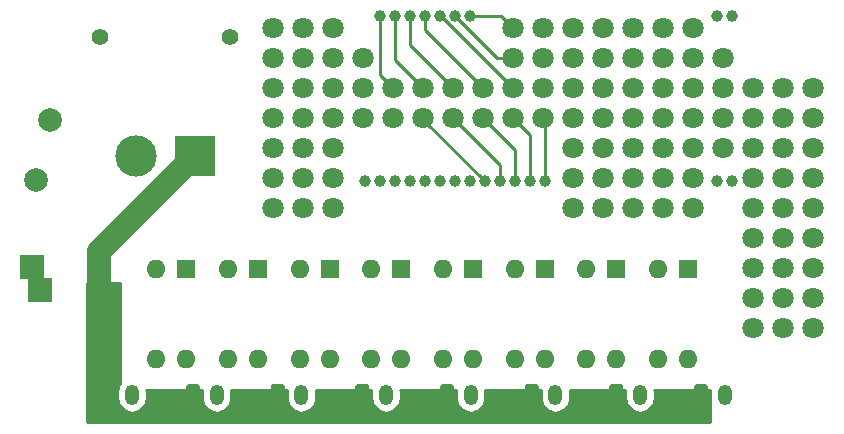
<source format=gbl>
G04 #@! TF.GenerationSoftware,KiCad,Pcbnew,(5.1.5)-3*
G04 #@! TF.CreationDate,2020-11-15T00:32:02+09:00*
G04 #@! TF.ProjectId,shield_servo_adc_sw_gpio_led,73686965-6c64-45f7-9365-72766f5f6164,rev?*
G04 #@! TF.SameCoordinates,PXb532b80PY717cbc0*
G04 #@! TF.FileFunction,Copper,L2,Bot*
G04 #@! TF.FilePolarity,Positive*
%FSLAX46Y46*%
G04 Gerber Fmt 4.6, Leading zero omitted, Abs format (unit mm)*
G04 Created by KiCad (PCBNEW (5.1.5)-3) date 2020-11-15 00:32:02*
%MOMM*%
%LPD*%
G04 APERTURE LIST*
%ADD10O,1.200000X1.750000*%
%ADD11C,0.100000*%
%ADD12O,1.600000X1.600000*%
%ADD13R,1.600000X1.600000*%
%ADD14C,2.010000*%
%ADD15C,1.000000*%
%ADD16C,3.500000*%
%ADD17R,3.500000X3.500000*%
%ADD18C,1.400000*%
%ADD19C,2.000000*%
%ADD20R,2.000000X2.000000*%
%ADD21C,1.800000*%
%ADD22C,0.250000*%
%ADD23C,2.000000*%
%ADD24C,0.254000*%
G04 APERTURE END LIST*
D10*
X61080000Y-33540000D03*
G04 #@! TA.AperFunction,ComponentPad*
D11*
G36*
X59454505Y-32666204D02*
G01*
X59478773Y-32669804D01*
X59502572Y-32675765D01*
X59525671Y-32684030D01*
X59547850Y-32694520D01*
X59568893Y-32707132D01*
X59588599Y-32721747D01*
X59606777Y-32738223D01*
X59623253Y-32756401D01*
X59637868Y-32776107D01*
X59650480Y-32797150D01*
X59660970Y-32819329D01*
X59669235Y-32842428D01*
X59675196Y-32866227D01*
X59678796Y-32890495D01*
X59680000Y-32914999D01*
X59680000Y-34165001D01*
X59678796Y-34189505D01*
X59675196Y-34213773D01*
X59669235Y-34237572D01*
X59660970Y-34260671D01*
X59650480Y-34282850D01*
X59637868Y-34303893D01*
X59623253Y-34323599D01*
X59606777Y-34341777D01*
X59588599Y-34358253D01*
X59568893Y-34372868D01*
X59547850Y-34385480D01*
X59525671Y-34395970D01*
X59502572Y-34404235D01*
X59478773Y-34410196D01*
X59454505Y-34413796D01*
X59430001Y-34415000D01*
X58729999Y-34415000D01*
X58705495Y-34413796D01*
X58681227Y-34410196D01*
X58657428Y-34404235D01*
X58634329Y-34395970D01*
X58612150Y-34385480D01*
X58591107Y-34372868D01*
X58571401Y-34358253D01*
X58553223Y-34341777D01*
X58536747Y-34323599D01*
X58522132Y-34303893D01*
X58509520Y-34282850D01*
X58499030Y-34260671D01*
X58490765Y-34237572D01*
X58484804Y-34213773D01*
X58481204Y-34189505D01*
X58480000Y-34165001D01*
X58480000Y-32914999D01*
X58481204Y-32890495D01*
X58484804Y-32866227D01*
X58490765Y-32842428D01*
X58499030Y-32819329D01*
X58509520Y-32797150D01*
X58522132Y-32776107D01*
X58536747Y-32756401D01*
X58553223Y-32738223D01*
X58571401Y-32721747D01*
X58591107Y-32707132D01*
X58612150Y-32694520D01*
X58634329Y-32684030D01*
X58657428Y-32675765D01*
X58681227Y-32669804D01*
X58705495Y-32666204D01*
X58729999Y-32665000D01*
X59430001Y-32665000D01*
X59454505Y-32666204D01*
G37*
G04 #@! TD.AperFunction*
D10*
X53911426Y-33540000D03*
G04 #@! TA.AperFunction,ComponentPad*
D11*
G36*
X52285931Y-32666204D02*
G01*
X52310199Y-32669804D01*
X52333998Y-32675765D01*
X52357097Y-32684030D01*
X52379276Y-32694520D01*
X52400319Y-32707132D01*
X52420025Y-32721747D01*
X52438203Y-32738223D01*
X52454679Y-32756401D01*
X52469294Y-32776107D01*
X52481906Y-32797150D01*
X52492396Y-32819329D01*
X52500661Y-32842428D01*
X52506622Y-32866227D01*
X52510222Y-32890495D01*
X52511426Y-32914999D01*
X52511426Y-34165001D01*
X52510222Y-34189505D01*
X52506622Y-34213773D01*
X52500661Y-34237572D01*
X52492396Y-34260671D01*
X52481906Y-34282850D01*
X52469294Y-34303893D01*
X52454679Y-34323599D01*
X52438203Y-34341777D01*
X52420025Y-34358253D01*
X52400319Y-34372868D01*
X52379276Y-34385480D01*
X52357097Y-34395970D01*
X52333998Y-34404235D01*
X52310199Y-34410196D01*
X52285931Y-34413796D01*
X52261427Y-34415000D01*
X51561425Y-34415000D01*
X51536921Y-34413796D01*
X51512653Y-34410196D01*
X51488854Y-34404235D01*
X51465755Y-34395970D01*
X51443576Y-34385480D01*
X51422533Y-34372868D01*
X51402827Y-34358253D01*
X51384649Y-34341777D01*
X51368173Y-34323599D01*
X51353558Y-34303893D01*
X51340946Y-34282850D01*
X51330456Y-34260671D01*
X51322191Y-34237572D01*
X51316230Y-34213773D01*
X51312630Y-34189505D01*
X51311426Y-34165001D01*
X51311426Y-32914999D01*
X51312630Y-32890495D01*
X51316230Y-32866227D01*
X51322191Y-32842428D01*
X51330456Y-32819329D01*
X51340946Y-32797150D01*
X51353558Y-32776107D01*
X51368173Y-32756401D01*
X51384649Y-32738223D01*
X51402827Y-32721747D01*
X51422533Y-32707132D01*
X51443576Y-32694520D01*
X51465755Y-32684030D01*
X51488854Y-32675765D01*
X51512653Y-32669804D01*
X51536921Y-32666204D01*
X51561425Y-32665000D01*
X52261427Y-32665000D01*
X52285931Y-32666204D01*
G37*
G04 #@! TD.AperFunction*
D10*
X46742855Y-33540000D03*
G04 #@! TA.AperFunction,ComponentPad*
D11*
G36*
X45117360Y-32666204D02*
G01*
X45141628Y-32669804D01*
X45165427Y-32675765D01*
X45188526Y-32684030D01*
X45210705Y-32694520D01*
X45231748Y-32707132D01*
X45251454Y-32721747D01*
X45269632Y-32738223D01*
X45286108Y-32756401D01*
X45300723Y-32776107D01*
X45313335Y-32797150D01*
X45323825Y-32819329D01*
X45332090Y-32842428D01*
X45338051Y-32866227D01*
X45341651Y-32890495D01*
X45342855Y-32914999D01*
X45342855Y-34165001D01*
X45341651Y-34189505D01*
X45338051Y-34213773D01*
X45332090Y-34237572D01*
X45323825Y-34260671D01*
X45313335Y-34282850D01*
X45300723Y-34303893D01*
X45286108Y-34323599D01*
X45269632Y-34341777D01*
X45251454Y-34358253D01*
X45231748Y-34372868D01*
X45210705Y-34385480D01*
X45188526Y-34395970D01*
X45165427Y-34404235D01*
X45141628Y-34410196D01*
X45117360Y-34413796D01*
X45092856Y-34415000D01*
X44392854Y-34415000D01*
X44368350Y-34413796D01*
X44344082Y-34410196D01*
X44320283Y-34404235D01*
X44297184Y-34395970D01*
X44275005Y-34385480D01*
X44253962Y-34372868D01*
X44234256Y-34358253D01*
X44216078Y-34341777D01*
X44199602Y-34323599D01*
X44184987Y-34303893D01*
X44172375Y-34282850D01*
X44161885Y-34260671D01*
X44153620Y-34237572D01*
X44147659Y-34213773D01*
X44144059Y-34189505D01*
X44142855Y-34165001D01*
X44142855Y-32914999D01*
X44144059Y-32890495D01*
X44147659Y-32866227D01*
X44153620Y-32842428D01*
X44161885Y-32819329D01*
X44172375Y-32797150D01*
X44184987Y-32776107D01*
X44199602Y-32756401D01*
X44216078Y-32738223D01*
X44234256Y-32721747D01*
X44253962Y-32707132D01*
X44275005Y-32694520D01*
X44297184Y-32684030D01*
X44320283Y-32675765D01*
X44344082Y-32669804D01*
X44368350Y-32666204D01*
X44392854Y-32665000D01*
X45092856Y-32665000D01*
X45117360Y-32666204D01*
G37*
G04 #@! TD.AperFunction*
D10*
X39574284Y-33540000D03*
G04 #@! TA.AperFunction,ComponentPad*
D11*
G36*
X37948789Y-32666204D02*
G01*
X37973057Y-32669804D01*
X37996856Y-32675765D01*
X38019955Y-32684030D01*
X38042134Y-32694520D01*
X38063177Y-32707132D01*
X38082883Y-32721747D01*
X38101061Y-32738223D01*
X38117537Y-32756401D01*
X38132152Y-32776107D01*
X38144764Y-32797150D01*
X38155254Y-32819329D01*
X38163519Y-32842428D01*
X38169480Y-32866227D01*
X38173080Y-32890495D01*
X38174284Y-32914999D01*
X38174284Y-34165001D01*
X38173080Y-34189505D01*
X38169480Y-34213773D01*
X38163519Y-34237572D01*
X38155254Y-34260671D01*
X38144764Y-34282850D01*
X38132152Y-34303893D01*
X38117537Y-34323599D01*
X38101061Y-34341777D01*
X38082883Y-34358253D01*
X38063177Y-34372868D01*
X38042134Y-34385480D01*
X38019955Y-34395970D01*
X37996856Y-34404235D01*
X37973057Y-34410196D01*
X37948789Y-34413796D01*
X37924285Y-34415000D01*
X37224283Y-34415000D01*
X37199779Y-34413796D01*
X37175511Y-34410196D01*
X37151712Y-34404235D01*
X37128613Y-34395970D01*
X37106434Y-34385480D01*
X37085391Y-34372868D01*
X37065685Y-34358253D01*
X37047507Y-34341777D01*
X37031031Y-34323599D01*
X37016416Y-34303893D01*
X37003804Y-34282850D01*
X36993314Y-34260671D01*
X36985049Y-34237572D01*
X36979088Y-34213773D01*
X36975488Y-34189505D01*
X36974284Y-34165001D01*
X36974284Y-32914999D01*
X36975488Y-32890495D01*
X36979088Y-32866227D01*
X36985049Y-32842428D01*
X36993314Y-32819329D01*
X37003804Y-32797150D01*
X37016416Y-32776107D01*
X37031031Y-32756401D01*
X37047507Y-32738223D01*
X37065685Y-32721747D01*
X37085391Y-32707132D01*
X37106434Y-32694520D01*
X37128613Y-32684030D01*
X37151712Y-32675765D01*
X37175511Y-32669804D01*
X37199779Y-32666204D01*
X37224283Y-32665000D01*
X37924285Y-32665000D01*
X37948789Y-32666204D01*
G37*
G04 #@! TD.AperFunction*
D10*
X32405713Y-33540000D03*
G04 #@! TA.AperFunction,ComponentPad*
D11*
G36*
X30780218Y-32666204D02*
G01*
X30804486Y-32669804D01*
X30828285Y-32675765D01*
X30851384Y-32684030D01*
X30873563Y-32694520D01*
X30894606Y-32707132D01*
X30914312Y-32721747D01*
X30932490Y-32738223D01*
X30948966Y-32756401D01*
X30963581Y-32776107D01*
X30976193Y-32797150D01*
X30986683Y-32819329D01*
X30994948Y-32842428D01*
X31000909Y-32866227D01*
X31004509Y-32890495D01*
X31005713Y-32914999D01*
X31005713Y-34165001D01*
X31004509Y-34189505D01*
X31000909Y-34213773D01*
X30994948Y-34237572D01*
X30986683Y-34260671D01*
X30976193Y-34282850D01*
X30963581Y-34303893D01*
X30948966Y-34323599D01*
X30932490Y-34341777D01*
X30914312Y-34358253D01*
X30894606Y-34372868D01*
X30873563Y-34385480D01*
X30851384Y-34395970D01*
X30828285Y-34404235D01*
X30804486Y-34410196D01*
X30780218Y-34413796D01*
X30755714Y-34415000D01*
X30055712Y-34415000D01*
X30031208Y-34413796D01*
X30006940Y-34410196D01*
X29983141Y-34404235D01*
X29960042Y-34395970D01*
X29937863Y-34385480D01*
X29916820Y-34372868D01*
X29897114Y-34358253D01*
X29878936Y-34341777D01*
X29862460Y-34323599D01*
X29847845Y-34303893D01*
X29835233Y-34282850D01*
X29824743Y-34260671D01*
X29816478Y-34237572D01*
X29810517Y-34213773D01*
X29806917Y-34189505D01*
X29805713Y-34165001D01*
X29805713Y-32914999D01*
X29806917Y-32890495D01*
X29810517Y-32866227D01*
X29816478Y-32842428D01*
X29824743Y-32819329D01*
X29835233Y-32797150D01*
X29847845Y-32776107D01*
X29862460Y-32756401D01*
X29878936Y-32738223D01*
X29897114Y-32721747D01*
X29916820Y-32707132D01*
X29937863Y-32694520D01*
X29960042Y-32684030D01*
X29983141Y-32675765D01*
X30006940Y-32669804D01*
X30031208Y-32666204D01*
X30055712Y-32665000D01*
X30755714Y-32665000D01*
X30780218Y-32666204D01*
G37*
G04 #@! TD.AperFunction*
D10*
X25237142Y-33540000D03*
G04 #@! TA.AperFunction,ComponentPad*
D11*
G36*
X23611647Y-32666204D02*
G01*
X23635915Y-32669804D01*
X23659714Y-32675765D01*
X23682813Y-32684030D01*
X23704992Y-32694520D01*
X23726035Y-32707132D01*
X23745741Y-32721747D01*
X23763919Y-32738223D01*
X23780395Y-32756401D01*
X23795010Y-32776107D01*
X23807622Y-32797150D01*
X23818112Y-32819329D01*
X23826377Y-32842428D01*
X23832338Y-32866227D01*
X23835938Y-32890495D01*
X23837142Y-32914999D01*
X23837142Y-34165001D01*
X23835938Y-34189505D01*
X23832338Y-34213773D01*
X23826377Y-34237572D01*
X23818112Y-34260671D01*
X23807622Y-34282850D01*
X23795010Y-34303893D01*
X23780395Y-34323599D01*
X23763919Y-34341777D01*
X23745741Y-34358253D01*
X23726035Y-34372868D01*
X23704992Y-34385480D01*
X23682813Y-34395970D01*
X23659714Y-34404235D01*
X23635915Y-34410196D01*
X23611647Y-34413796D01*
X23587143Y-34415000D01*
X22887141Y-34415000D01*
X22862637Y-34413796D01*
X22838369Y-34410196D01*
X22814570Y-34404235D01*
X22791471Y-34395970D01*
X22769292Y-34385480D01*
X22748249Y-34372868D01*
X22728543Y-34358253D01*
X22710365Y-34341777D01*
X22693889Y-34323599D01*
X22679274Y-34303893D01*
X22666662Y-34282850D01*
X22656172Y-34260671D01*
X22647907Y-34237572D01*
X22641946Y-34213773D01*
X22638346Y-34189505D01*
X22637142Y-34165001D01*
X22637142Y-32914999D01*
X22638346Y-32890495D01*
X22641946Y-32866227D01*
X22647907Y-32842428D01*
X22656172Y-32819329D01*
X22666662Y-32797150D01*
X22679274Y-32776107D01*
X22693889Y-32756401D01*
X22710365Y-32738223D01*
X22728543Y-32721747D01*
X22748249Y-32707132D01*
X22769292Y-32694520D01*
X22791471Y-32684030D01*
X22814570Y-32675765D01*
X22838369Y-32669804D01*
X22862637Y-32666204D01*
X22887141Y-32665000D01*
X23587143Y-32665000D01*
X23611647Y-32666204D01*
G37*
G04 #@! TD.AperFunction*
D10*
X18068571Y-33540000D03*
G04 #@! TA.AperFunction,ComponentPad*
D11*
G36*
X16443076Y-32666204D02*
G01*
X16467344Y-32669804D01*
X16491143Y-32675765D01*
X16514242Y-32684030D01*
X16536421Y-32694520D01*
X16557464Y-32707132D01*
X16577170Y-32721747D01*
X16595348Y-32738223D01*
X16611824Y-32756401D01*
X16626439Y-32776107D01*
X16639051Y-32797150D01*
X16649541Y-32819329D01*
X16657806Y-32842428D01*
X16663767Y-32866227D01*
X16667367Y-32890495D01*
X16668571Y-32914999D01*
X16668571Y-34165001D01*
X16667367Y-34189505D01*
X16663767Y-34213773D01*
X16657806Y-34237572D01*
X16649541Y-34260671D01*
X16639051Y-34282850D01*
X16626439Y-34303893D01*
X16611824Y-34323599D01*
X16595348Y-34341777D01*
X16577170Y-34358253D01*
X16557464Y-34372868D01*
X16536421Y-34385480D01*
X16514242Y-34395970D01*
X16491143Y-34404235D01*
X16467344Y-34410196D01*
X16443076Y-34413796D01*
X16418572Y-34415000D01*
X15718570Y-34415000D01*
X15694066Y-34413796D01*
X15669798Y-34410196D01*
X15645999Y-34404235D01*
X15622900Y-34395970D01*
X15600721Y-34385480D01*
X15579678Y-34372868D01*
X15559972Y-34358253D01*
X15541794Y-34341777D01*
X15525318Y-34323599D01*
X15510703Y-34303893D01*
X15498091Y-34282850D01*
X15487601Y-34260671D01*
X15479336Y-34237572D01*
X15473375Y-34213773D01*
X15469775Y-34189505D01*
X15468571Y-34165001D01*
X15468571Y-32914999D01*
X15469775Y-32890495D01*
X15473375Y-32866227D01*
X15479336Y-32842428D01*
X15487601Y-32819329D01*
X15498091Y-32797150D01*
X15510703Y-32776107D01*
X15525318Y-32756401D01*
X15541794Y-32738223D01*
X15559972Y-32721747D01*
X15579678Y-32707132D01*
X15600721Y-32694520D01*
X15622900Y-32684030D01*
X15645999Y-32675765D01*
X15669798Y-32669804D01*
X15694066Y-32666204D01*
X15718570Y-32665000D01*
X16418572Y-32665000D01*
X16443076Y-32666204D01*
G37*
G04 #@! TD.AperFunction*
D10*
X10900000Y-33540000D03*
G04 #@! TA.AperFunction,ComponentPad*
D11*
G36*
X9274505Y-32666204D02*
G01*
X9298773Y-32669804D01*
X9322572Y-32675765D01*
X9345671Y-32684030D01*
X9367850Y-32694520D01*
X9388893Y-32707132D01*
X9408599Y-32721747D01*
X9426777Y-32738223D01*
X9443253Y-32756401D01*
X9457868Y-32776107D01*
X9470480Y-32797150D01*
X9480970Y-32819329D01*
X9489235Y-32842428D01*
X9495196Y-32866227D01*
X9498796Y-32890495D01*
X9500000Y-32914999D01*
X9500000Y-34165001D01*
X9498796Y-34189505D01*
X9495196Y-34213773D01*
X9489235Y-34237572D01*
X9480970Y-34260671D01*
X9470480Y-34282850D01*
X9457868Y-34303893D01*
X9443253Y-34323599D01*
X9426777Y-34341777D01*
X9408599Y-34358253D01*
X9388893Y-34372868D01*
X9367850Y-34385480D01*
X9345671Y-34395970D01*
X9322572Y-34404235D01*
X9298773Y-34410196D01*
X9274505Y-34413796D01*
X9250001Y-34415000D01*
X8549999Y-34415000D01*
X8525495Y-34413796D01*
X8501227Y-34410196D01*
X8477428Y-34404235D01*
X8454329Y-34395970D01*
X8432150Y-34385480D01*
X8411107Y-34372868D01*
X8391401Y-34358253D01*
X8373223Y-34341777D01*
X8356747Y-34323599D01*
X8342132Y-34303893D01*
X8329520Y-34282850D01*
X8319030Y-34260671D01*
X8310765Y-34237572D01*
X8304804Y-34213773D01*
X8301204Y-34189505D01*
X8300000Y-34165001D01*
X8300000Y-32914999D01*
X8301204Y-32890495D01*
X8304804Y-32866227D01*
X8310765Y-32842428D01*
X8319030Y-32819329D01*
X8329520Y-32797150D01*
X8342132Y-32776107D01*
X8356747Y-32756401D01*
X8373223Y-32738223D01*
X8391401Y-32721747D01*
X8411107Y-32707132D01*
X8432150Y-32694520D01*
X8454329Y-32684030D01*
X8477428Y-32675765D01*
X8501227Y-32669804D01*
X8525495Y-32666204D01*
X8549999Y-32665000D01*
X9250001Y-32665000D01*
X9274505Y-32666204D01*
G37*
G04 #@! TD.AperFunction*
D12*
X57959375Y-30520000D03*
X55419375Y-22900000D03*
X55419375Y-30520000D03*
D13*
X57959375Y-22900000D03*
D12*
X51893750Y-30520000D03*
X49353750Y-22900000D03*
X49353750Y-30520000D03*
D13*
X51893750Y-22900000D03*
D12*
X45828125Y-30520000D03*
X43288125Y-22900000D03*
X43288125Y-30520000D03*
D13*
X45828125Y-22900000D03*
D12*
X39762500Y-30520000D03*
X37222500Y-22900000D03*
X37222500Y-30520000D03*
D13*
X39762500Y-22900000D03*
D12*
X33696875Y-30520000D03*
X31156875Y-22900000D03*
X31156875Y-30520000D03*
D13*
X33696875Y-22900000D03*
D12*
X27631250Y-30520000D03*
X25091250Y-22900000D03*
X25091250Y-30520000D03*
D13*
X27631250Y-22900000D03*
D12*
X21565625Y-30520000D03*
X19025625Y-22900000D03*
X19025625Y-30520000D03*
D13*
X21565625Y-22900000D03*
D12*
X15500000Y-30520000D03*
X12960000Y-22900000D03*
X12960000Y-30520000D03*
D13*
X15500000Y-22900000D03*
D14*
X4000000Y-10300000D03*
X2800000Y-15400000D03*
D15*
X31880000Y-1515000D03*
X33150000Y-1515000D03*
X34420000Y-1515000D03*
X35690000Y-1515000D03*
X61725000Y-1515000D03*
X60455000Y-1515000D03*
X60455000Y-15485000D03*
X61725000Y-15485000D03*
X36960000Y-1515000D03*
X38230000Y-1515000D03*
X39500000Y-1515000D03*
X45850000Y-15485000D03*
X44580000Y-15485000D03*
X43310000Y-15485000D03*
X42040000Y-15485000D03*
X40770000Y-15485000D03*
X39500000Y-15485000D03*
X38230000Y-15485000D03*
X36960000Y-15485000D03*
X35690000Y-15485000D03*
X34420000Y-15485000D03*
X33150000Y-15485000D03*
X31880000Y-15485000D03*
X30610000Y-15485000D03*
D16*
X11200000Y-13300000D03*
D17*
X16200000Y-13300000D03*
D18*
X8200000Y-3300000D03*
X19200000Y-3300000D03*
D19*
X8772144Y-26700000D03*
D20*
X2427856Y-22700000D03*
D19*
X8100000Y-24700000D03*
D20*
X3100000Y-24700000D03*
D21*
X55880000Y-5080000D03*
X55880000Y-7620000D03*
X55880000Y-10160000D03*
X55880000Y-12700000D03*
X53340000Y-12700000D03*
X53340000Y-10160000D03*
X53340000Y-7620000D03*
X53340000Y-7620000D03*
X53340000Y-5080000D03*
X50800000Y-5080000D03*
X50800000Y-7620000D03*
X50800000Y-10160000D03*
X50800000Y-12700000D03*
X48260000Y-12700000D03*
X48260000Y-10160000D03*
X48260000Y-7620000D03*
X48260000Y-5080000D03*
X45720000Y-10160000D03*
X43180000Y-7620000D03*
X45720000Y-7620000D03*
X43180000Y-10160000D03*
X43180000Y-5080000D03*
X40640000Y-7620000D03*
X40640000Y-10160000D03*
X38100000Y-10160000D03*
X38100000Y-7620000D03*
X35560000Y-7620000D03*
X35560000Y-10160000D03*
X33020000Y-10160000D03*
X33020000Y-7620000D03*
X30480000Y-7620000D03*
X30480000Y-10160000D03*
X27940000Y-10160000D03*
X27940000Y-7620000D03*
X27940000Y-5080000D03*
X25400000Y-5080000D03*
X25400000Y-7620000D03*
X25400000Y-10160000D03*
X25400000Y-12700000D03*
X27940000Y-12700000D03*
X30480000Y-5080000D03*
X27940000Y-2540000D03*
X25400000Y-2540000D03*
X27940000Y-15240000D03*
X25400000Y-15240000D03*
X22860000Y-2540000D03*
X22860000Y-5080000D03*
X22860000Y-7620000D03*
X22860000Y-10160000D03*
X22860000Y-12700000D03*
X22860000Y-15240000D03*
X48260000Y-15240000D03*
X50800000Y-15240000D03*
X53340000Y-15240000D03*
X55880000Y-15240000D03*
X58420000Y-15240000D03*
X58420000Y-2540000D03*
X55880000Y-2540000D03*
X53340000Y-2540000D03*
X50800000Y-2540000D03*
X48260000Y-2540000D03*
X45720000Y-2540000D03*
X45720000Y-5080000D03*
X43180000Y-2540000D03*
X58420000Y-5080000D03*
X58420000Y-7620000D03*
X58420000Y-10160000D03*
X58420000Y-12700000D03*
X60960000Y-12700000D03*
X63500000Y-12700000D03*
X63500000Y-10160000D03*
X60960000Y-10160000D03*
X60960000Y-7620000D03*
X63500000Y-7620000D03*
X60960000Y-5080000D03*
X66040000Y-7620000D03*
X68580000Y-7620000D03*
X68580000Y-10160000D03*
X66040000Y-10160000D03*
X66040000Y-12700000D03*
X68580000Y-12700000D03*
X68580000Y-15240000D03*
X66040000Y-15240000D03*
X63500000Y-15240000D03*
X63500000Y-17780000D03*
X66040000Y-17780000D03*
X68580000Y-17780000D03*
X68580000Y-20320000D03*
X66040000Y-20320000D03*
X63500000Y-20320000D03*
X63500000Y-22860000D03*
X66040000Y-22860000D03*
X68580000Y-22860000D03*
X68580000Y-25400000D03*
X66040000Y-25400000D03*
X63500000Y-25400000D03*
X63500000Y-27940000D03*
X66040000Y-27940000D03*
X68580000Y-27940000D03*
X58420000Y-17780000D03*
X55880000Y-17780000D03*
X53340000Y-17780000D03*
X50800000Y-17780000D03*
X48260000Y-17780000D03*
X27940000Y-17780000D03*
X25400000Y-17780000D03*
X22860000Y-17780000D03*
D22*
X45850000Y-10290000D02*
X45720000Y-10160000D01*
X45850000Y-15485000D02*
X45850000Y-10290000D01*
X44580000Y-11560000D02*
X43180000Y-10160000D01*
X44580000Y-15485000D02*
X44580000Y-11560000D01*
X43310000Y-12830000D02*
X40640000Y-10160000D01*
X43310000Y-15485000D02*
X43310000Y-12830000D01*
X42040000Y-14100000D02*
X38100000Y-10160000D01*
X42040000Y-15485000D02*
X42040000Y-14100000D01*
X35560000Y-10275000D02*
X35560000Y-10160000D01*
X40770000Y-15485000D02*
X35560000Y-10275000D01*
X42155000Y-1515000D02*
X43180000Y-2540000D01*
X39500000Y-1515000D02*
X42155000Y-1515000D01*
X41795000Y-5080000D02*
X38230000Y-1515000D01*
X43180000Y-5080000D02*
X41795000Y-5080000D01*
X37075000Y-1515000D02*
X36960000Y-1515000D01*
X43180000Y-7620000D02*
X37075000Y-1515000D01*
X35690000Y-2670000D02*
X35690000Y-1515000D01*
X40640000Y-7620000D02*
X35690000Y-2670000D01*
X34420000Y-3940000D02*
X34420000Y-1515000D01*
X38100000Y-7620000D02*
X34420000Y-3940000D01*
X33150000Y-5210000D02*
X33150000Y-1515000D01*
X35560000Y-7620000D02*
X33150000Y-5210000D01*
X31880000Y-6480000D02*
X31880000Y-1515000D01*
X33020000Y-7620000D02*
X31880000Y-6480000D01*
D23*
X8100000Y-21400000D02*
X16200000Y-13300000D01*
X8100000Y-24700000D02*
X8100000Y-21400000D01*
D24*
G36*
X9873000Y-32569663D02*
G01*
X9868167Y-32575552D01*
X9753489Y-32790100D01*
X9682870Y-33022899D01*
X9665000Y-33204336D01*
X9665000Y-33875665D01*
X9682870Y-34057102D01*
X9753489Y-34289901D01*
X9868168Y-34504449D01*
X10022499Y-34692502D01*
X10210552Y-34846833D01*
X10425100Y-34961511D01*
X10657899Y-35032130D01*
X10900000Y-35055975D01*
X11142102Y-35032130D01*
X11374901Y-34961511D01*
X11589449Y-34846833D01*
X11777502Y-34692502D01*
X11931833Y-34504449D01*
X12046511Y-34289900D01*
X12117130Y-34057101D01*
X12135000Y-33875664D01*
X12135000Y-33204335D01*
X12127383Y-33127000D01*
X16841188Y-33127000D01*
X16833571Y-33204336D01*
X16833571Y-33875665D01*
X16851441Y-34057102D01*
X16922060Y-34289901D01*
X17036739Y-34504449D01*
X17191070Y-34692502D01*
X17379123Y-34846833D01*
X17593671Y-34961511D01*
X17826470Y-35032130D01*
X18068571Y-35055975D01*
X18310673Y-35032130D01*
X18543472Y-34961511D01*
X18758020Y-34846833D01*
X18946073Y-34692502D01*
X19100404Y-34504449D01*
X19215082Y-34289900D01*
X19285701Y-34057101D01*
X19303571Y-33875664D01*
X19303571Y-33204335D01*
X19295954Y-33127000D01*
X24009759Y-33127000D01*
X24002142Y-33204336D01*
X24002142Y-33875665D01*
X24020012Y-34057102D01*
X24090631Y-34289901D01*
X24205310Y-34504449D01*
X24359641Y-34692502D01*
X24547694Y-34846833D01*
X24762242Y-34961511D01*
X24995041Y-35032130D01*
X25237142Y-35055975D01*
X25479244Y-35032130D01*
X25712043Y-34961511D01*
X25926591Y-34846833D01*
X26114644Y-34692502D01*
X26268975Y-34504449D01*
X26383653Y-34289900D01*
X26454272Y-34057101D01*
X26472142Y-33875664D01*
X26472142Y-33204335D01*
X26464525Y-33127000D01*
X31178330Y-33127000D01*
X31170713Y-33204336D01*
X31170713Y-33875665D01*
X31188583Y-34057102D01*
X31259202Y-34289901D01*
X31373881Y-34504449D01*
X31528212Y-34692502D01*
X31716265Y-34846833D01*
X31930813Y-34961511D01*
X32163612Y-35032130D01*
X32405713Y-35055975D01*
X32647815Y-35032130D01*
X32880614Y-34961511D01*
X33095162Y-34846833D01*
X33283215Y-34692502D01*
X33437546Y-34504449D01*
X33552224Y-34289900D01*
X33622843Y-34057101D01*
X33640713Y-33875664D01*
X33640713Y-33204335D01*
X33633096Y-33127000D01*
X38346901Y-33127000D01*
X38339284Y-33204336D01*
X38339284Y-33875665D01*
X38357154Y-34057102D01*
X38427773Y-34289901D01*
X38542452Y-34504449D01*
X38696783Y-34692502D01*
X38884836Y-34846833D01*
X39099384Y-34961511D01*
X39332183Y-35032130D01*
X39574284Y-35055975D01*
X39816386Y-35032130D01*
X40049185Y-34961511D01*
X40263733Y-34846833D01*
X40451786Y-34692502D01*
X40606117Y-34504449D01*
X40720795Y-34289900D01*
X40791414Y-34057101D01*
X40809284Y-33875664D01*
X40809284Y-33204335D01*
X40801667Y-33127000D01*
X45515472Y-33127000D01*
X45507855Y-33204336D01*
X45507855Y-33875665D01*
X45525725Y-34057102D01*
X45596344Y-34289901D01*
X45711023Y-34504449D01*
X45865354Y-34692502D01*
X46053407Y-34846833D01*
X46267955Y-34961511D01*
X46500754Y-35032130D01*
X46742855Y-35055975D01*
X46984957Y-35032130D01*
X47217756Y-34961511D01*
X47432304Y-34846833D01*
X47620357Y-34692502D01*
X47774688Y-34504449D01*
X47889366Y-34289900D01*
X47959985Y-34057101D01*
X47977855Y-33875664D01*
X47977855Y-33204335D01*
X47970238Y-33127000D01*
X52684043Y-33127000D01*
X52676426Y-33204336D01*
X52676426Y-33875665D01*
X52694296Y-34057102D01*
X52764915Y-34289901D01*
X52879594Y-34504449D01*
X53033925Y-34692502D01*
X53221978Y-34846833D01*
X53436526Y-34961511D01*
X53669325Y-35032130D01*
X53911426Y-35055975D01*
X54153528Y-35032130D01*
X54386327Y-34961511D01*
X54600875Y-34846833D01*
X54788928Y-34692502D01*
X54943259Y-34504449D01*
X55057937Y-34289900D01*
X55128556Y-34057101D01*
X55146426Y-33875664D01*
X55146426Y-33204335D01*
X55138809Y-33127000D01*
X59852617Y-33127000D01*
X59845000Y-33204336D01*
X59845000Y-33875665D01*
X59862870Y-34057102D01*
X59873000Y-34090496D01*
X59873000Y-35873000D01*
X7127000Y-35873000D01*
X7127000Y-24127000D01*
X9873000Y-24127000D01*
X9873000Y-32569663D01*
G37*
X9873000Y-32569663D02*
X9868167Y-32575552D01*
X9753489Y-32790100D01*
X9682870Y-33022899D01*
X9665000Y-33204336D01*
X9665000Y-33875665D01*
X9682870Y-34057102D01*
X9753489Y-34289901D01*
X9868168Y-34504449D01*
X10022499Y-34692502D01*
X10210552Y-34846833D01*
X10425100Y-34961511D01*
X10657899Y-35032130D01*
X10900000Y-35055975D01*
X11142102Y-35032130D01*
X11374901Y-34961511D01*
X11589449Y-34846833D01*
X11777502Y-34692502D01*
X11931833Y-34504449D01*
X12046511Y-34289900D01*
X12117130Y-34057101D01*
X12135000Y-33875664D01*
X12135000Y-33204335D01*
X12127383Y-33127000D01*
X16841188Y-33127000D01*
X16833571Y-33204336D01*
X16833571Y-33875665D01*
X16851441Y-34057102D01*
X16922060Y-34289901D01*
X17036739Y-34504449D01*
X17191070Y-34692502D01*
X17379123Y-34846833D01*
X17593671Y-34961511D01*
X17826470Y-35032130D01*
X18068571Y-35055975D01*
X18310673Y-35032130D01*
X18543472Y-34961511D01*
X18758020Y-34846833D01*
X18946073Y-34692502D01*
X19100404Y-34504449D01*
X19215082Y-34289900D01*
X19285701Y-34057101D01*
X19303571Y-33875664D01*
X19303571Y-33204335D01*
X19295954Y-33127000D01*
X24009759Y-33127000D01*
X24002142Y-33204336D01*
X24002142Y-33875665D01*
X24020012Y-34057102D01*
X24090631Y-34289901D01*
X24205310Y-34504449D01*
X24359641Y-34692502D01*
X24547694Y-34846833D01*
X24762242Y-34961511D01*
X24995041Y-35032130D01*
X25237142Y-35055975D01*
X25479244Y-35032130D01*
X25712043Y-34961511D01*
X25926591Y-34846833D01*
X26114644Y-34692502D01*
X26268975Y-34504449D01*
X26383653Y-34289900D01*
X26454272Y-34057101D01*
X26472142Y-33875664D01*
X26472142Y-33204335D01*
X26464525Y-33127000D01*
X31178330Y-33127000D01*
X31170713Y-33204336D01*
X31170713Y-33875665D01*
X31188583Y-34057102D01*
X31259202Y-34289901D01*
X31373881Y-34504449D01*
X31528212Y-34692502D01*
X31716265Y-34846833D01*
X31930813Y-34961511D01*
X32163612Y-35032130D01*
X32405713Y-35055975D01*
X32647815Y-35032130D01*
X32880614Y-34961511D01*
X33095162Y-34846833D01*
X33283215Y-34692502D01*
X33437546Y-34504449D01*
X33552224Y-34289900D01*
X33622843Y-34057101D01*
X33640713Y-33875664D01*
X33640713Y-33204335D01*
X33633096Y-33127000D01*
X38346901Y-33127000D01*
X38339284Y-33204336D01*
X38339284Y-33875665D01*
X38357154Y-34057102D01*
X38427773Y-34289901D01*
X38542452Y-34504449D01*
X38696783Y-34692502D01*
X38884836Y-34846833D01*
X39099384Y-34961511D01*
X39332183Y-35032130D01*
X39574284Y-35055975D01*
X39816386Y-35032130D01*
X40049185Y-34961511D01*
X40263733Y-34846833D01*
X40451786Y-34692502D01*
X40606117Y-34504449D01*
X40720795Y-34289900D01*
X40791414Y-34057101D01*
X40809284Y-33875664D01*
X40809284Y-33204335D01*
X40801667Y-33127000D01*
X45515472Y-33127000D01*
X45507855Y-33204336D01*
X45507855Y-33875665D01*
X45525725Y-34057102D01*
X45596344Y-34289901D01*
X45711023Y-34504449D01*
X45865354Y-34692502D01*
X46053407Y-34846833D01*
X46267955Y-34961511D01*
X46500754Y-35032130D01*
X46742855Y-35055975D01*
X46984957Y-35032130D01*
X47217756Y-34961511D01*
X47432304Y-34846833D01*
X47620357Y-34692502D01*
X47774688Y-34504449D01*
X47889366Y-34289900D01*
X47959985Y-34057101D01*
X47977855Y-33875664D01*
X47977855Y-33204335D01*
X47970238Y-33127000D01*
X52684043Y-33127000D01*
X52676426Y-33204336D01*
X52676426Y-33875665D01*
X52694296Y-34057102D01*
X52764915Y-34289901D01*
X52879594Y-34504449D01*
X53033925Y-34692502D01*
X53221978Y-34846833D01*
X53436526Y-34961511D01*
X53669325Y-35032130D01*
X53911426Y-35055975D01*
X54153528Y-35032130D01*
X54386327Y-34961511D01*
X54600875Y-34846833D01*
X54788928Y-34692502D01*
X54943259Y-34504449D01*
X55057937Y-34289900D01*
X55128556Y-34057101D01*
X55146426Y-33875664D01*
X55146426Y-33204335D01*
X55138809Y-33127000D01*
X59852617Y-33127000D01*
X59845000Y-33204336D01*
X59845000Y-33875665D01*
X59862870Y-34057102D01*
X59873000Y-34090496D01*
X59873000Y-35873000D01*
X7127000Y-35873000D01*
X7127000Y-24127000D01*
X9873000Y-24127000D01*
X9873000Y-32569663D01*
M02*

</source>
